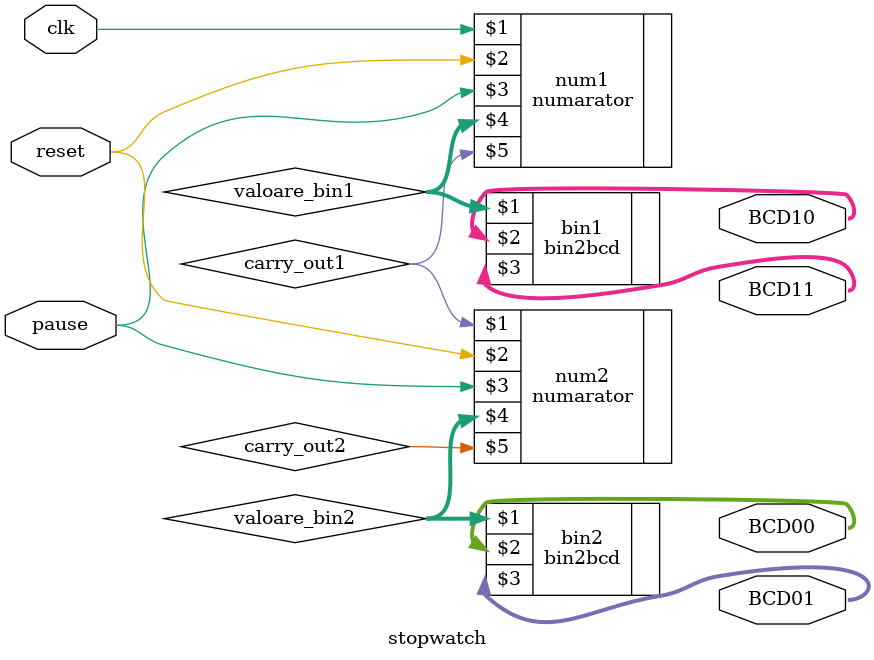
<source format=v>
`timescale 1ns / 1ps


module stopwatch(clk, reset, pause, BCD00, BCD01, BCD10, BCD11);
input clk, reset, pause;
wire carry_out1, carry_out2;
wire [5:0] valoare_bin1, valoare_bin2;
output [3:0] BCD00, BCD01, BCD10, BCD11;
numarator num1(clk, reset, pause, valoare_bin1, carry_out1);
numarator num2(carry_out1, reset, pause, valoare_bin2, carry_out2);

bin2bcd bin1(valoare_bin1, BCD10, BCD11);
bin2bcd bin2(valoare_bin2, BCD00, BCD01);

endmodule

</source>
